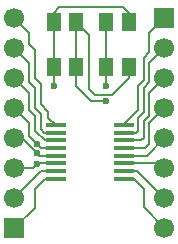
<source format=gtl>
G04 DipTrace 3.1.0.1*
G04 BOARD.gtl*
%MOIN*%
G04 #@! TF.FileFunction,Copper,L1,Top*
G04 #@! TF.Part,Single*
G04 #@! TA.AperFunction,Conductor*
%ADD14C,0.007008*%
%ADD17R,0.051181X0.059055*%
G04 #@! TA.AperFunction,ComponentPad*
%ADD18R,0.066929X0.066929*%
%ADD19C,0.066929*%
%ADD20R,0.070866X0.015748*%
G04 #@! TA.AperFunction,ViaPad*
%ADD21C,0.023622*%
%FSLAX26Y26*%
G04*
G70*
G90*
G75*
G01*
G04 Top*
%LPD*%
X593888Y766366D2*
D14*
X540017D1*
X531395Y774988D1*
X456403Y825014D2*
X481369D1*
X531395Y774988D1*
X587639Y1062458D2*
Y1212442D1*
Y1243689D1*
X606387Y1262437D1*
X818865D1*
X837613Y1243689D1*
Y1212631D1*
X837424Y1212442D1*
X587639Y1062458D2*
Y999965D1*
X593888Y740776D2*
X534678D1*
X531395Y737492D1*
X456403Y725014D2*
X518917D1*
X531395Y737492D1*
X662442Y1212442D2*
Y1062458D1*
X837424D2*
Y1024773D1*
X781369Y968718D1*
X725125D1*
X706377Y987466D1*
Y1168508D1*
X662442Y1212442D1*
X762621Y949970D2*
X712626D1*
X662631Y999965D1*
Y1062269D1*
X662442Y1062458D1*
X762621Y1212442D2*
Y1062458D1*
X593888Y791957D2*
X545673D1*
X531395Y806235D1*
X506398Y831232D1*
Y875020D1*
X456403Y925014D1*
X762621Y999965D2*
Y1062458D1*
X593888Y868728D2*
X568891Y893726D1*
Y912474D1*
X543894Y937471D1*
Y1006214D1*
X525146Y1024962D1*
Y1118702D1*
X506398Y1137450D1*
Y1175020D1*
X456403Y1225014D1*
X593888Y843138D2*
X556986D1*
X543894Y856230D1*
Y906224D1*
X525146Y924972D1*
Y993715D1*
X506398Y1012463D1*
Y1075020D1*
X456403Y1125014D1*
X593888Y817547D2*
X557579D1*
X525146Y849980D1*
Y899975D1*
X506398Y918723D1*
Y975020D1*
X456403Y1025014D1*
X822235Y868728D2*
Y872098D1*
X868860Y918723D1*
Y999965D1*
X887608Y1018713D1*
Y1093705D1*
X906356Y1112453D1*
Y1175106D1*
X956499Y1225249D1*
X822235Y843138D2*
X862017D1*
X868860Y849980D1*
Y893726D1*
X887608Y912474D1*
Y993715D1*
X906356Y1012463D1*
Y1075106D1*
X956499Y1125249D1*
X822235Y817547D2*
X880172D1*
X887608Y824983D1*
Y881227D1*
X906356Y899975D1*
Y975106D1*
X956499Y1025249D1*
X822235Y791957D2*
X892077D1*
X906356Y806235D1*
Y875106D1*
X956499Y925249D1*
X822235Y766366D2*
X897615D1*
X956499Y825249D1*
X822235Y740776D2*
X940972D1*
X956499Y725249D1*
X822235Y715185D2*
X866563D1*
X956499Y625249D1*
X822243Y689594D2*
X854264D1*
X887608Y656251D1*
Y594140D1*
X956499Y525249D1*
X593888Y715185D2*
X546573D1*
X456403Y625014D1*
X593888Y689594D2*
X558490D1*
X525146Y656251D1*
Y593757D1*
X456403Y525014D1*
D21*
X531395Y737492D3*
Y774988D3*
Y806235D3*
X762621Y999965D3*
X587639D3*
X762621Y949970D3*
D17*
X587639Y1212442D3*
X662442D3*
X587639Y1062458D3*
X662442D3*
X762621D3*
X837424D3*
D18*
X456403Y525014D3*
D19*
Y625014D3*
Y725014D3*
Y825014D3*
Y925014D3*
Y1025014D3*
Y1125014D3*
Y1225014D3*
D18*
X956499Y1225249D3*
D19*
Y1125249D3*
Y1025249D3*
Y925249D3*
Y825249D3*
Y725249D3*
Y625249D3*
Y525249D3*
D17*
X762621Y1212442D3*
X837424D3*
D20*
X593888Y868728D3*
Y843138D3*
Y817547D3*
Y791957D3*
Y766366D3*
Y740776D3*
Y715185D3*
Y689594D3*
X822243D3*
X822235Y715185D3*
Y740776D3*
Y766366D3*
Y791957D3*
Y817547D3*
Y843138D3*
Y868728D3*
M02*

</source>
